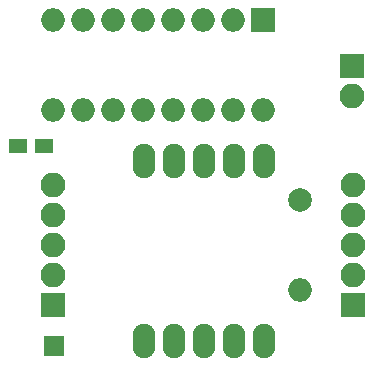
<source format=gbr>
G04 #@! TF.FileFunction,Soldermask,Bot*
%FSLAX46Y46*%
G04 Gerber Fmt 4.6, Leading zero omitted, Abs format (unit mm)*
G04 Created by KiCad (PCBNEW 4.0.7) date 12/07/18 00:23:05*
%MOMM*%
%LPD*%
G01*
G04 APERTURE LIST*
%ADD10C,0.100000*%
%ADD11R,2.100000X2.100000*%
%ADD12O,2.100000X2.100000*%
%ADD13R,2.000000X2.000000*%
%ADD14O,2.000000X2.000000*%
%ADD15O,1.924000X2.924000*%
%ADD16R,1.600000X1.300000*%
%ADD17C,2.000000*%
%ADD18R,1.750000X1.750000*%
G04 APERTURE END LIST*
D10*
D11*
X181406800Y-81483200D03*
D12*
X181406800Y-84023200D03*
D11*
X181508400Y-101752400D03*
D12*
X181508400Y-99212400D03*
X181508400Y-96672400D03*
X181508400Y-94132400D03*
X181508400Y-91592400D03*
D13*
X173888400Y-77622400D03*
D14*
X156108400Y-85242400D03*
X171348400Y-77622400D03*
X158648400Y-85242400D03*
X168808400Y-77622400D03*
X161188400Y-85242400D03*
X166268400Y-77622400D03*
X163728400Y-85242400D03*
X163728400Y-77622400D03*
X166268400Y-85242400D03*
X161188400Y-77622400D03*
X168808400Y-85242400D03*
X158648400Y-77622400D03*
X171348400Y-85242400D03*
X156108400Y-77622400D03*
X173888400Y-85242400D03*
D15*
X163830000Y-104800400D03*
X166370000Y-104800400D03*
X168910000Y-104800400D03*
X171450000Y-104800400D03*
X173990000Y-104800400D03*
X173990000Y-89560400D03*
X171450000Y-89560400D03*
X168910000Y-89560400D03*
X166370000Y-89560400D03*
X163830000Y-89560400D03*
D11*
X156108400Y-101752400D03*
D12*
X156108400Y-99212400D03*
X156108400Y-96672400D03*
X156108400Y-94132400D03*
X156108400Y-91592400D03*
D16*
X153179600Y-88290400D03*
X155379600Y-88290400D03*
D17*
X177038000Y-92862400D03*
D14*
X177038000Y-100482400D03*
D18*
X156210000Y-105257600D03*
M02*

</source>
